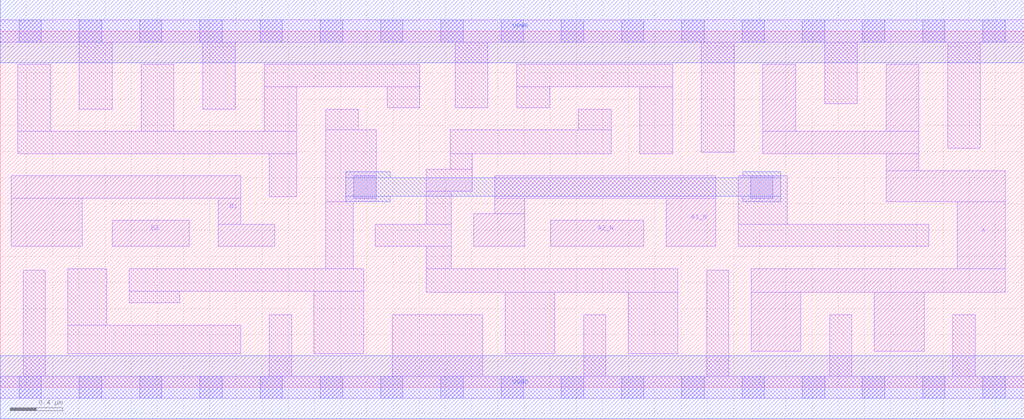
<source format=lef>
# Copyright 2020 The SkyWater PDK Authors
#
# Licensed under the Apache License, Version 2.0 (the "License");
# you may not use this file except in compliance with the License.
# You may obtain a copy of the License at
#
#     https://www.apache.org/licenses/LICENSE-2.0
#
# Unless required by applicable law or agreed to in writing, software
# distributed under the License is distributed on an "AS IS" BASIS,
# WITHOUT WARRANTIES OR CONDITIONS OF ANY KIND, either express or implied.
# See the License for the specific language governing permissions and
# limitations under the License.
#
# SPDX-License-Identifier: Apache-2.0

VERSION 5.7 ;
BUSBITCHARS "[]" ;
DIVIDERCHAR "/" ;
PROPERTYDEFINITIONS
  MACRO maskLayoutSubType STRING ;
  MACRO prCellType STRING ;
  MACRO originalViewName STRING ;
END PROPERTYDEFINITIONS
MACRO sky130_fd_sc_hdll__a2bb2o_4
  ORIGIN  0.000000  0.000000 ;
  CLASS CORE ;
  SYMMETRY X Y R90 ;
  SIZE  7.820000 BY  2.720000 ;
  SITE unithd ;
  PIN A1_N
    ANTENNAGATEAREA  0.555000 ;
    DIRECTION INPUT ;
    USE SIGNAL ;
    PORT
      LAYER li1 ;
        RECT 3.615000 1.075000 4.005000 1.325000 ;
        RECT 3.775000 1.325000 4.005000 1.445000 ;
        RECT 3.775000 1.445000 5.465000 1.615000 ;
        RECT 5.085000 1.075000 5.465000 1.445000 ;
    END
  END A1_N
  PIN A2_N
    ANTENNAGATEAREA  0.555000 ;
    DIRECTION INPUT ;
    USE SIGNAL ;
    PORT
      LAYER li1 ;
        RECT 4.205000 1.075000 4.915000 1.275000 ;
    END
  END A2_N
  PIN B1
    ANTENNAGATEAREA  0.555000 ;
    DIRECTION INPUT ;
    USE SIGNAL ;
    PORT
      LAYER li1 ;
        RECT 0.085000 1.075000 0.625000 1.445000 ;
        RECT 0.085000 1.445000 1.835000 1.615000 ;
        RECT 1.665000 1.075000 2.095000 1.245000 ;
        RECT 1.665000 1.245000 1.835000 1.445000 ;
    END
  END B1
  PIN B2
    ANTENNAGATEAREA  0.555000 ;
    DIRECTION INPUT ;
    USE SIGNAL ;
    PORT
      LAYER li1 ;
        RECT 0.855000 1.075000 1.445000 1.275000 ;
    END
  END B2
  PIN X
    ANTENNADIFFAREA  1.028500 ;
    DIRECTION OUTPUT ;
    USE SIGNAL ;
    PORT
      LAYER li1 ;
        RECT 5.735000 0.275000 6.115000 0.725000 ;
        RECT 5.735000 0.725000 7.675000 0.905000 ;
        RECT 5.825000 1.785000 7.015000 1.955000 ;
        RECT 5.825000 1.955000 6.075000 2.465000 ;
        RECT 6.675000 0.275000 7.055000 0.725000 ;
        RECT 6.765000 1.415000 7.675000 1.655000 ;
        RECT 6.765000 1.655000 7.015000 1.785000 ;
        RECT 6.765000 1.955000 7.015000 2.465000 ;
        RECT 7.310000 0.905000 7.675000 1.415000 ;
    END
  END X
  PIN VGND
    DIRECTION INOUT ;
    USE GROUND ;
    PORT
      LAYER met1 ;
        RECT 0.000000 -0.240000 7.820000 0.240000 ;
    END
  END VGND
  PIN VPWR
    DIRECTION INOUT ;
    USE POWER ;
    PORT
      LAYER met1 ;
        RECT 0.000000 2.480000 7.820000 2.960000 ;
    END
  END VPWR
  OBS
    LAYER li1 ;
      RECT 0.000000 -0.085000 7.820000 0.085000 ;
      RECT 0.000000  2.635000 7.820000 2.805000 ;
      RECT 0.135000  1.785000 2.265000 1.955000 ;
      RECT 0.135000  1.955000 0.385000 2.465000 ;
      RECT 0.175000  0.085000 0.345000 0.895000 ;
      RECT 0.515000  0.255000 1.835000 0.475000 ;
      RECT 0.515000  0.475000 0.815000 0.905000 ;
      RECT 0.605000  2.125000 0.855000 2.635000 ;
      RECT 0.985000  0.645000 1.370000 0.735000 ;
      RECT 0.985000  0.735000 2.775000 0.905000 ;
      RECT 1.075000  1.955000 1.325000 2.465000 ;
      RECT 1.545000  2.125000 1.795000 2.635000 ;
      RECT 2.015000  1.955000 2.265000 2.295000 ;
      RECT 2.015000  2.295000 3.205000 2.465000 ;
      RECT 2.055000  0.085000 2.225000 0.555000 ;
      RECT 2.055000  1.455000 2.265000 1.785000 ;
      RECT 2.395000  0.255000 2.775000 0.735000 ;
      RECT 2.485000  0.905000 2.695000 1.415000 ;
      RECT 2.485000  1.415000 2.870000 1.965000 ;
      RECT 2.485000  1.965000 2.735000 2.125000 ;
      RECT 2.865000  1.075000 3.445000 1.245000 ;
      RECT 2.955000  2.135000 3.205000 2.295000 ;
      RECT 2.995000  0.085000 3.685000 0.555000 ;
      RECT 3.255000  0.725000 5.175000 0.905000 ;
      RECT 3.255000  0.905000 3.445000 1.075000 ;
      RECT 3.255000  1.245000 3.445000 1.495000 ;
      RECT 3.255000  1.495000 3.605000 1.665000 ;
      RECT 3.435000  1.665000 3.605000 1.785000 ;
      RECT 3.435000  1.785000 4.665000 1.965000 ;
      RECT 3.475000  2.135000 3.725000 2.635000 ;
      RECT 3.855000  0.255000 4.235000 0.725000 ;
      RECT 3.945000  2.135000 4.195000 2.295000 ;
      RECT 3.945000  2.295000 5.135000 2.465000 ;
      RECT 4.415000  1.965000 4.665000 2.125000 ;
      RECT 4.455000  0.085000 4.625000 0.555000 ;
      RECT 4.795000  0.255000 5.175000 0.725000 ;
      RECT 4.885000  1.785000 5.135000 2.295000 ;
      RECT 5.355000  1.795000 5.605000 2.635000 ;
      RECT 5.395000  0.085000 5.565000 0.895000 ;
      RECT 5.635000  1.075000 7.090000 1.245000 ;
      RECT 5.635000  1.245000 6.010000 1.615000 ;
      RECT 6.295000  2.165000 6.545000 2.635000 ;
      RECT 6.335000  0.085000 6.505000 0.555000 ;
      RECT 7.235000  1.825000 7.485000 2.635000 ;
      RECT 7.275000  0.085000 7.445000 0.555000 ;
    LAYER mcon ;
      RECT 0.145000 -0.085000 0.315000 0.085000 ;
      RECT 0.145000  2.635000 0.315000 2.805000 ;
      RECT 0.605000 -0.085000 0.775000 0.085000 ;
      RECT 0.605000  2.635000 0.775000 2.805000 ;
      RECT 1.065000 -0.085000 1.235000 0.085000 ;
      RECT 1.065000  2.635000 1.235000 2.805000 ;
      RECT 1.525000 -0.085000 1.695000 0.085000 ;
      RECT 1.525000  2.635000 1.695000 2.805000 ;
      RECT 1.985000 -0.085000 2.155000 0.085000 ;
      RECT 1.985000  2.635000 2.155000 2.805000 ;
      RECT 2.445000 -0.085000 2.615000 0.085000 ;
      RECT 2.445000  2.635000 2.615000 2.805000 ;
      RECT 2.700000  1.445000 2.870000 1.615000 ;
      RECT 2.905000 -0.085000 3.075000 0.085000 ;
      RECT 2.905000  2.635000 3.075000 2.805000 ;
      RECT 3.365000 -0.085000 3.535000 0.085000 ;
      RECT 3.365000  2.635000 3.535000 2.805000 ;
      RECT 3.825000 -0.085000 3.995000 0.085000 ;
      RECT 3.825000  2.635000 3.995000 2.805000 ;
      RECT 4.285000 -0.085000 4.455000 0.085000 ;
      RECT 4.285000  2.635000 4.455000 2.805000 ;
      RECT 4.745000 -0.085000 4.915000 0.085000 ;
      RECT 4.745000  2.635000 4.915000 2.805000 ;
      RECT 5.205000 -0.085000 5.375000 0.085000 ;
      RECT 5.205000  2.635000 5.375000 2.805000 ;
      RECT 5.665000 -0.085000 5.835000 0.085000 ;
      RECT 5.665000  2.635000 5.835000 2.805000 ;
      RECT 5.730000  1.445000 5.900000 1.615000 ;
      RECT 6.125000 -0.085000 6.295000 0.085000 ;
      RECT 6.125000  2.635000 6.295000 2.805000 ;
      RECT 6.585000 -0.085000 6.755000 0.085000 ;
      RECT 6.585000  2.635000 6.755000 2.805000 ;
      RECT 7.045000 -0.085000 7.215000 0.085000 ;
      RECT 7.045000  2.635000 7.215000 2.805000 ;
      RECT 7.505000 -0.085000 7.675000 0.085000 ;
      RECT 7.505000  2.635000 7.675000 2.805000 ;
    LAYER met1 ;
      RECT 2.640000 1.415000 2.980000 1.460000 ;
      RECT 2.640000 1.460000 5.960000 1.600000 ;
      RECT 2.640000 1.600000 2.980000 1.645000 ;
      RECT 5.670000 1.415000 5.960000 1.460000 ;
      RECT 5.670000 1.600000 5.960000 1.645000 ;
  END
  PROPERTY maskLayoutSubType "abstract" ;
  PROPERTY prCellType "standard" ;
  PROPERTY originalViewName "layout" ;
END sky130_fd_sc_hdll__a2bb2o_4
END LIBRARY

</source>
